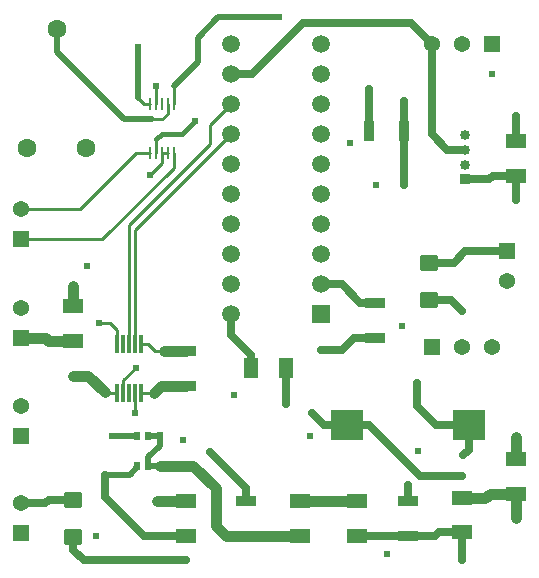
<source format=gbl>
G04 ================== begin FILE IDENTIFICATION RECORD ==================*
G04 Layout Name:  WCSA_SystemSchem_4-Layer.brd*
G04 Film Name:    BOTTOM*
G04 File Format:  Gerber RS274X*
G04 File Origin:  Cadence Allegro 17.4-S013*
G04 Origin Date:  Thu May  5 23:29:30 2022*
G04 *
G04 Layer:  ETCH/BOTTOM*
G04 Layer:  PIN/BOTTOM*
G04 Layer:  VIA CLASS/BOTTOM*
G04 *
G04 Offset:    (0.00 0.00)*
G04 Mirror:    No*
G04 Mode:      Positive*
G04 Rotation:  0*
G04 FullContactRelief:  No*
G04 UndefLineWidth:     5.00*
G04 ================== end FILE IDENTIFICATION RECORD ====================*
%FSLAX25Y25*MOIN*%
%IR0*IPPOS*OFA0.00000B0.00000*MIA0B0*SFA1.00000B1.00000*%
%ADD18R,.009X.042*%
%ADD15C,.024*%
%ADD12C,.063*%
%ADD27C,.03346*%
%ADD11C,.05394*%
%ADD26R,.03346X.03346*%
%ADD20C,.05937*%
%ADD10R,.05394X.05394*%
%ADD21R,.05937X.05937*%
%ADD23R,.105X.1*%
%ADD17R,.012X.059*%
%ADD16R,.02X.03156*%
%ADD19R,.06811X.03819*%
%ADD24R,.03819X.06811*%
%ADD25R,.07165X.04882*%
%ADD14R,.07165X.04567*%
%ADD22R,.04567X.07165*%
%AMMACRO13*
4,1,40,.03091,-.01924,
.03091,.01924,
.030792,.020582,
.030443,.021884,
.029874,.023105,
.029101,.024209,
.028148,.025162,
.027044,.025935,
.025822,.026504,
.02452,.026853,
.02318,.02697,
-.02318,.02697,
-.024522,.026852,
-.025824,.026503,
-.027045,.025934,
-.028149,.025161,
-.029102,.024208,
-.029875,.023104,
-.030444,.021882,
-.030793,.02058,
-.03091,.01924,
-.03091,-.01924,
-.030792,-.020582,
-.030443,-.021884,
-.029874,-.023105,
-.029101,-.024209,
-.028148,-.025162,
-.027044,-.025935,
-.025822,-.026504,
-.02452,-.026853,
-.02318,-.02697,
.02318,-.02697,
.024522,-.026852,
.025824,-.026503,
.027045,-.025934,
.028149,-.025161,
.029102,-.024208,
.029875,-.023104,
.030444,-.021882,
.030793,-.02058,
.03091,-.01924,
0.0*
%
%ADD13MACRO13*%
%ADD28C,.01*%
%ADD29C,.02*%
%ADD30C,.015*%
%ADD31C,.025*%
%ADD32C,.035*%
%ADD33C,.0095*%
G75*
%LPD*%
G75*
G54D10*
X-80000Y-80000D03*
Y-47500D03*
Y-15000D03*
Y18000D03*
X57000Y-18000D03*
X82000Y14000D03*
X77000Y83000D03*
G54D20*
X-10000Y-7000D03*
Y3000D03*
Y13000D03*
Y23000D03*
Y33000D03*
Y43000D03*
Y53000D03*
Y63000D03*
Y73000D03*
Y83000D03*
X20000Y13000D03*
Y3000D03*
Y43000D03*
Y33000D03*
Y23000D03*
Y63000D03*
Y53000D03*
Y73000D03*
Y83000D03*
G54D11*
X-80000Y-70000D03*
Y-37500D03*
Y-5000D03*
Y28000D03*
X67000Y-18000D03*
Y83000D03*
X57000D03*
X77000Y-18000D03*
X82000Y4000D03*
G54D30*
G01X-22000Y57500D02*
X-26300Y53200D01*
X-33100D01*
X-34950Y51350D01*
G54D21*
X20000Y-7000D03*
G54D12*
X-77842Y48630D03*
X-58158D03*
X-68000Y88000D03*
G54D31*
G01X-62500Y-81299D02*
Y-85500D01*
X-59000Y-89000D01*
X-25000D01*
G01X-80000Y-70000D02*
X-72001D01*
X-70781Y-68780D01*
X-62500D01*
G01X-52000Y-60500D02*
Y-67700D01*
X-38893Y-80807D01*
X-33500D01*
G01X-25000D02*
X-33500D01*
G01X-17000Y-53000D02*
X-5000Y-65000D01*
Y-69173D01*
G01X-10000Y-7000D02*
Y-13855D01*
X-6927Y-16928D01*
G01D02*
X-3307Y-20548D01*
Y-25000D01*
G01X-10000Y73000D02*
X-3000D01*
X14000Y90000D01*
X50000D01*
X57000Y83000D01*
G01X28750Y-44000D02*
X21000D01*
X17000Y-40000D01*
G01X8307Y-37000D02*
Y-25000D01*
G01X32000Y-80807D02*
X37333D01*
X37353Y-80827D01*
X49000D01*
G01X67000Y-61000D02*
X53000D01*
X36000Y-44000D01*
X28750D01*
G01X20000Y-19000D02*
X27000D01*
X31173Y-14827D01*
X38000D01*
G01Y-3173D02*
X33173D01*
X27000Y3000D01*
X20000D01*
G01X36173Y54000D02*
Y68300D01*
G01X67000Y-79669D02*
X59331D01*
X58173Y-80827D01*
X49000D01*
G01X67000Y-79669D02*
Y-89000D01*
G01X49000Y-64000D02*
Y-69173D01*
G01X69250Y-44000D02*
X58400D01*
X52000Y-37600D01*
Y-30000D01*
G01X67500Y-54000D02*
X69250Y-52250D01*
Y-44000D01*
G01X67000Y-6000D02*
X63299Y-2299D01*
X56000D01*
G01X82000Y14000D02*
X68000D01*
X64220Y10220D01*
X56000D01*
G01X47800Y36200D02*
Y48817D01*
X47827Y48844D01*
Y54000D01*
G01Y64173D02*
Y54000D01*
G01X57000Y83000D02*
Y53001D01*
X62158Y47843D01*
X68000D01*
G01X85000Y39193D02*
Y31000D01*
G01Y39193D02*
X77194D01*
X76001Y38000D01*
X68000D01*
G01X85000Y50807D02*
Y59000D01*
G54D13*
X-62500Y-81299D03*
Y-68780D03*
X56000Y-2299D03*
Y10220D03*
G54D22*
X-3307Y-25000D03*
X8307D03*
G54D32*
G01X-80000Y-15000D02*
X-71800D01*
X-70993Y-15807D01*
X-62500D01*
G01X-52000Y-33000D02*
X-57500Y-27500D01*
X-62500D01*
G01Y-4193D02*
Y2500D01*
G01X-25000Y-69193D02*
X-34807D01*
G01X-15000Y-75000D02*
Y-65000D01*
X-22600Y-57400D01*
X-33750D01*
G01X-35599Y-33100D02*
X-33326Y-30827D01*
X-25000D01*
G01Y-19173D02*
X-32400D01*
G01X-5000Y-80827D02*
X-11674D01*
X-15000Y-77501D01*
Y-75000D01*
G01X13000Y-80807D02*
X4000D01*
G01X-5000Y-80827D02*
X-594D01*
X-574Y-80807D01*
X4000D01*
G01X13000Y-69193D02*
X22000D01*
G01X32000D02*
X22000D01*
G01X67000Y-68331D02*
X74668D01*
X76192Y-66807D01*
X85000D01*
G01D02*
Y-75000D01*
G01Y-55193D02*
Y-48000D01*
G54D14*
X-62500Y-15807D03*
Y-4193D03*
X-25000Y-80807D03*
Y-69193D03*
X13000Y-80807D03*
Y-69193D03*
X32000Y-80807D03*
Y-69193D03*
X85000Y-55193D03*
Y-66807D03*
Y39193D03*
Y50807D03*
G54D23*
X28750Y-44000D03*
X69250D03*
G54D33*
G01X-31000Y63200D02*
Y59900D01*
X-32900Y58000D01*
X-36200D01*
G01X-33000Y46800D02*
Y43500D01*
X-37100Y39400D01*
G01X-34950Y51350D02*
Y46800D01*
G01X-41000Y65300D02*
X-38900Y63200D01*
X-36950D01*
G01X-34950D02*
Y69000D01*
G01X-29050Y69050D02*
Y63200D01*
G54D24*
X36173Y54000D03*
X47827D03*
G54D15*
X-62500Y-27500D03*
Y2500D03*
X-58000Y9000D03*
X-55000Y-80827D03*
X-33500Y-80807D03*
X-34807Y-69193D03*
X-52000Y-60500D03*
X-49500Y-47600D03*
X-42000Y-40000D03*
X-41700Y-24700D03*
X-32400Y-19173D03*
X-54086Y-10000D03*
X-37100Y39400D03*
X-34950Y69000D03*
X-41000Y82200D03*
X-25000Y-89000D03*
X-15000Y-75000D03*
X-9000Y-34000D03*
X-17000Y-53000D03*
X-26000Y-48900D03*
X-6927Y-16928D03*
X-22000Y57500D03*
X4000Y-80807D03*
X16400Y-47500D03*
X17000Y-40000D03*
X8307Y-37000D03*
X6000Y92000D03*
X42000Y-87000D03*
X22000Y-69193D03*
X20000Y-19000D03*
X38400Y36000D03*
X29600Y50000D03*
X36173Y68300D03*
X67000Y-89000D03*
Y-61000D03*
X67500Y-54000D03*
X49000Y-64000D03*
X52500Y-52500D03*
X52000Y-30000D03*
X67000Y-6000D03*
X47000Y-11000D03*
X47800Y36200D03*
X47827Y64173D03*
X85000Y-75000D03*
Y-48000D03*
Y31000D03*
Y59000D03*
X77000Y73000D03*
G54D25*
X67000Y-79669D03*
Y-68331D03*
G54D16*
X-41250Y-57400D03*
X-37500D03*
X-33750D03*
Y-47600D03*
X-37500D03*
X-41250D03*
G54D17*
X-46000Y-33100D03*
X-44000D03*
X-42000D03*
X-40100D03*
X-47900D03*
X-40100Y-16900D03*
X-42000D03*
X-44000D03*
X-46000D03*
X-47900D03*
G54D26*
X68000Y38000D03*
G54D27*
Y42921D03*
Y52764D03*
Y47843D03*
G54D18*
X-36950Y46800D03*
X-34950D03*
X-33000D03*
Y63200D03*
X-34950D03*
X-36950D03*
X-31000Y46800D03*
X-29050D03*
Y63200D03*
X-31000D03*
G54D28*
G01X-47900Y-33100D02*
X-51900D01*
X-52000Y-33000D01*
G01X-29050Y46800D02*
Y41950D01*
X-53000Y18000D01*
X-80000D01*
G01Y28000D02*
X-60400D01*
X-41600Y46800D01*
X-36950D01*
G01X-40100Y-33100D02*
X-35599D01*
G01X-42000D02*
Y-40000D01*
G01X-41700Y-24700D02*
X-46000Y-29000D01*
Y-33100D01*
G01X-54086Y-10000D02*
X-50200D01*
X-47900Y-12300D01*
Y-16900D01*
G01X-32400Y-19173D02*
X-35428D01*
X-37701Y-16900D01*
X-40100D01*
G01X-10000Y63000D02*
X-17000Y56000D01*
Y49901D01*
X-44000Y22901D01*
Y-16900D01*
G01X-42000D02*
Y21000D01*
X-10000Y53000D01*
G01X-31000Y46800D02*
X-33000D01*
G54D19*
X-5000Y-80827D03*
Y-69173D03*
X-25000Y-30827D03*
Y-19173D03*
X38000Y-14827D03*
Y-3173D03*
X49000Y-80827D03*
Y-69173D03*
G54D29*
G01X-36200Y58000D02*
X-45500D01*
X-68000Y80500D01*
Y88000D01*
G01X-33750Y-47600D02*
Y-50751D01*
X-37500Y-54501D01*
Y-57400D01*
G01D02*
X-33750D01*
G01X-52000Y-60500D02*
X-43772D01*
X-41250Y-57978D01*
Y-57400D01*
G01Y-47600D02*
X-49500D01*
G01X-37500D02*
X-33750D01*
G01X-41000Y82200D02*
Y65300D01*
G01X6000Y92000D02*
X-14400D01*
X-21100Y85300D01*
Y77000D01*
X-29050Y69050D01*
M02*

</source>
